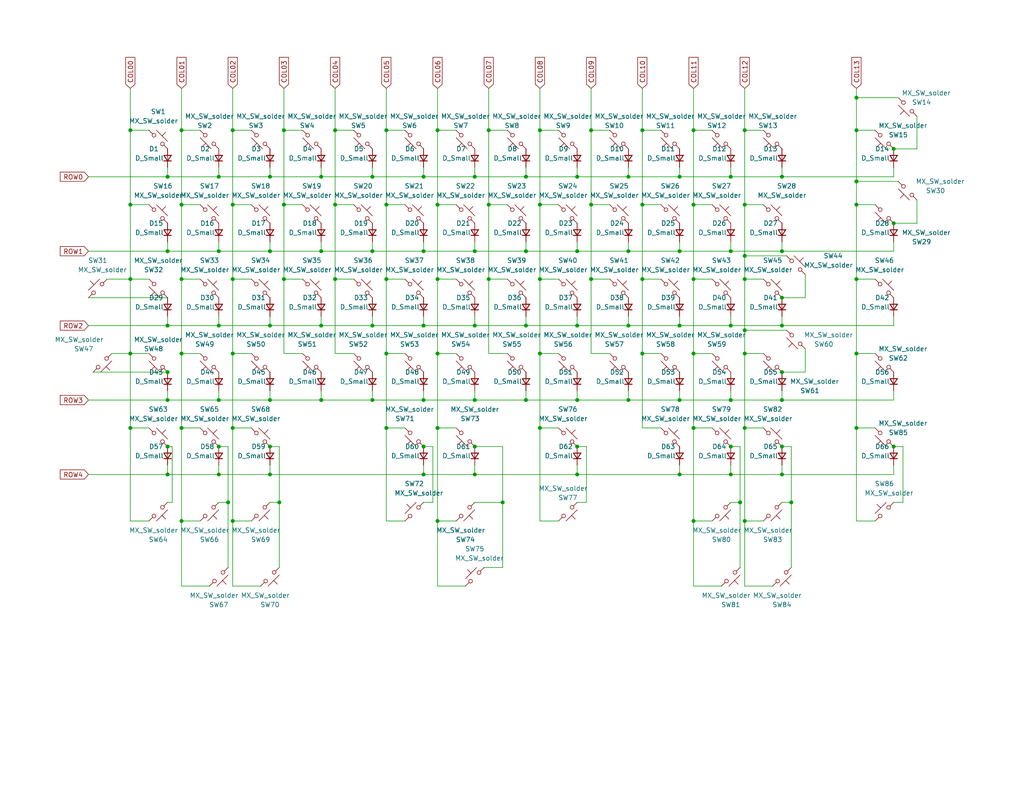
<source format=kicad_sch>
(kicad_sch (version 20230121) (generator eeschema)
  (paper "USLetter")
  (title_block (title "ice60") (date "2023-01-04") (company "chill") (comment 1 "© 2022 chillKB") (comment 2 "CERN Open Hardware License version 2 -- Permissive") (comment 4 "60% Soldered PCB with JST Powered by RP2040"))
  (junction (at 129.54 129.54))
  (junction (at 133.35 35.56))
  (junction (at 45.72 109.22))
  (junction (at 63.5 35.56))
  (junction (at 213.36 121.92))
  (junction (at 161.29 76.2))
  (junction (at 147.32 96.52))
  (junction (at 73.66 48.26))
  (junction (at 115.57 88.9))
  (junction (at 73.66 121.92))
  (junction (at 59.69 129.54))
  (junction (at 143.51 109.22))
  (junction (at 105.41 76.2))
  (junction (at 175.26 55.88))
  (junction (at 243.84 60.96))
  (junction (at 129.54 121.92))
  (junction (at 35.56 76.2))
  (junction (at 157.48 109.22))
  (junction (at 233.68 116.84))
  (junction (at 189.23 76.2))
  (junction (at 203.2 90.17))
  (junction (at 185.42 88.9))
  (junction (at 203.2 69.85))
  (junction (at 45.72 129.54))
  (junction (at 129.54 68.58))
  (junction (at 213.36 48.26))
  (junction (at 203.2 116.84))
  (junction (at 49.53 116.84))
  (junction (at 49.53 96.52))
  (junction (at 119.38 142.24))
  (junction (at 115.57 48.26))
  (junction (at 157.48 48.26))
  (junction (at 157.48 129.54))
  (junction (at 199.39 48.26))
  (junction (at 45.72 48.26))
  (junction (at 199.39 88.9))
  (junction (at 115.57 129.54))
  (junction (at 243.84 40.64))
  (junction (at 133.35 55.88))
  (junction (at 73.66 68.58))
  (junction (at 91.44 35.56))
  (junction (at 35.56 55.88))
  (junction (at 59.69 121.92))
  (junction (at 129.54 109.22))
  (junction (at 87.63 48.26))
  (junction (at 35.56 96.52))
  (junction (at 59.69 68.58))
  (junction (at 171.45 48.26))
  (junction (at 73.66 129.54))
  (junction (at 143.51 88.9))
  (junction (at 115.57 121.92))
  (junction (at 203.2 55.88))
  (junction (at 175.26 76.2))
  (junction (at 73.66 88.9))
  (junction (at 45.72 121.92))
  (junction (at 45.72 68.58))
  (junction (at 143.51 48.26))
  (junction (at 77.47 35.56))
  (junction (at 49.53 142.24))
  (junction (at 76.2 137.16))
  (junction (at 45.72 88.9))
  (junction (at 213.36 109.22))
  (junction (at 45.72 101.6))
  (junction (at 199.39 68.58))
  (junction (at 87.63 68.58))
  (junction (at 189.23 35.56))
  (junction (at 115.57 68.58))
  (junction (at 101.6 68.58))
  (junction (at 203.2 96.52))
  (junction (at 213.36 68.58))
  (junction (at 49.53 76.2))
  (junction (at 171.45 109.22))
  (junction (at 189.23 96.52))
  (junction (at 175.26 96.52))
  (junction (at 119.38 35.56))
  (junction (at 119.38 116.84))
  (junction (at 199.39 109.22))
  (junction (at 171.45 88.9))
  (junction (at 105.41 116.84))
  (junction (at 199.39 121.92))
  (junction (at 87.63 109.22))
  (junction (at 147.32 116.84))
  (junction (at 203.2 142.24))
  (junction (at 243.84 121.92))
  (junction (at 213.36 81.28))
  (junction (at 157.48 68.58))
  (junction (at 147.32 55.88))
  (junction (at 129.54 48.26))
  (junction (at 233.68 35.56))
  (junction (at 213.36 101.6))
  (junction (at 157.48 121.92))
  (junction (at 215.9 137.16))
  (junction (at 59.69 48.26))
  (junction (at 63.5 76.2))
  (junction (at 63.5 55.88))
  (junction (at 185.42 109.22))
  (junction (at 201.93 137.16))
  (junction (at 233.68 26.67))
  (junction (at 105.41 55.88))
  (junction (at 35.56 35.56))
  (junction (at 105.41 96.52))
  (junction (at 105.41 35.56))
  (junction (at 49.53 55.88))
  (junction (at 137.16 137.16))
  (junction (at 199.39 129.54))
  (junction (at 185.42 48.26))
  (junction (at 233.68 76.2))
  (junction (at 115.57 109.22))
  (junction (at 175.26 35.56))
  (junction (at 87.63 88.9))
  (junction (at 213.36 129.54))
  (junction (at 91.44 76.2))
  (junction (at 63.5 142.24))
  (junction (at 59.69 109.22))
  (junction (at 233.68 96.52))
  (junction (at 189.23 116.84))
  (junction (at 101.6 109.22))
  (junction (at 49.53 35.56))
  (junction (at 119.38 76.2))
  (junction (at 171.45 68.58))
  (junction (at 133.35 76.2))
  (junction (at 189.23 55.88))
  (junction (at 119.38 96.52))
  (junction (at 161.29 35.56))
  (junction (at 233.68 49.53))
  (junction (at 161.29 55.88))
  (junction (at 101.6 88.9))
  (junction (at 147.32 76.2))
  (junction (at 213.36 88.9))
  (junction (at 91.44 55.88))
  (junction (at 129.54 88.9))
  (junction (at 62.23 137.16))
  (junction (at 185.42 129.54))
  (junction (at 147.32 35.56))
  (junction (at 101.6 48.26))
  (junction (at 119.38 55.88))
  (junction (at 77.47 76.2))
  (junction (at 143.51 68.58))
  (junction (at 63.5 116.84))
  (junction (at 185.42 68.58))
  (junction (at 157.48 88.9))
  (junction (at 63.5 96.52))
  (junction (at 35.56 116.84))
  (junction (at 77.47 55.88))
  (junction (at 73.66 109.22))
  (junction (at 203.2 35.56))
  (junction (at 59.69 88.9))
  (junction (at 203.2 76.2))
  (junction (at 189.23 142.24))
  (junction (at 233.68 55.88))
  (wire (pts (xy 105.41 35.56) (xy 105.41 55.88)))
  (wire (pts (xy 199.39 66.04) (xy 199.39 68.58)))
  (wire (pts (xy 49.53 142.24) (xy 54.61 142.24)))
  (wire (pts (xy 101.6 68.58) (xy 115.57 68.58)))
  (wire (pts (xy 24.13 88.9) (xy 45.72 88.9)))
  (wire (pts (xy 199.39 45.72) (xy 199.39 48.26)))
  (wire (pts (xy 160.02 137.16) (xy 160.02 121.92)))
  (wire (pts (xy 171.45 68.58) (xy 185.42 68.58)))
  (wire (pts (xy 76.2 137.16) (xy 76.2 121.92)))
  (wire (pts (xy 203.2 35.56) (xy 203.2 55.88)))
  (wire (pts (xy 215.9 121.92) (xy 213.36 121.92)))
  (wire (pts (xy 175.26 96.52) (xy 175.26 116.84)))
  (wire (pts (xy 157.48 127) (xy 157.48 129.54)))
  (wire (pts (xy 203.2 142.24) (xy 208.28 142.24)))
  (wire (pts (xy 175.26 76.2) (xy 180.34 76.2)))
  (wire (pts (xy 45.72 127) (xy 45.72 129.54)))
  (wire (pts (xy 119.38 96.52) (xy 119.38 116.84)))
  (wire (pts (xy 49.53 116.84) (xy 54.61 116.84)))
  (wire (pts (xy 147.32 24.13) (xy 147.32 35.56)))
  (wire (pts (xy 143.51 45.72) (xy 143.51 48.26)))
  (wire (pts (xy 233.68 24.13) (xy 233.68 26.67)))
  (wire (pts (xy 171.45 48.26) (xy 185.42 48.26)))
  (wire (pts (xy 49.53 116.84) (xy 49.53 142.24)))
  (wire (pts (xy 77.47 76.2) (xy 77.47 96.52)))
  (wire (pts (xy 91.44 24.13) (xy 91.44 35.56)))
  (wire (pts (xy 157.48 48.26) (xy 171.45 48.26)))
  (wire (pts (xy 45.72 129.54) (xy 59.69 129.54)))
  (wire (pts (xy 87.63 106.68) (xy 87.63 109.22)))
  (wire (pts (xy 213.36 129.54) (xy 243.84 129.54)))
  (wire (pts (xy 189.23 35.56) (xy 194.31 35.56)))
  (wire (pts (xy 203.2 55.88) (xy 208.28 55.88)))
  (wire (pts (xy 147.32 55.88) (xy 152.4 55.88)))
  (wire (pts (xy 243.84 127) (xy 243.84 129.54)))
  (wire (pts (xy 62.23 154.94) (xy 62.23 137.16)))
  (wire (pts (xy 24.13 109.22) (xy 45.72 109.22)))
  (wire (pts (xy 213.36 86.36) (xy 213.36 88.9)))
  (wire (pts (xy 185.42 45.72) (xy 185.42 48.26)))
  (wire (pts (xy 175.26 76.2) (xy 175.26 96.52)))
  (wire (pts (xy 133.35 35.56) (xy 133.35 55.88)))
  (wire (pts (xy 233.68 116.84) (xy 233.68 142.24)))
  (wire (pts (xy 63.5 76.2) (xy 63.5 96.52)))
  (wire (pts (xy 203.2 90.17) (xy 203.2 96.52)))
  (wire (pts (xy 63.5 55.88) (xy 63.5 76.2)))
  (wire (pts (xy 49.53 96.52) (xy 54.61 96.52)))
  (wire (pts (xy 185.42 86.36) (xy 185.42 88.9)))
  (wire (pts (xy 161.29 55.88) (xy 166.37 55.88)))
  (wire (pts (xy 147.32 142.24) (xy 152.4 142.24)))
  (wire (pts (xy 213.36 68.58) (xy 243.84 68.58)))
  (wire (pts (xy 219.71 81.28) (xy 213.36 81.28)))
  (wire (pts (xy 119.38 35.56) (xy 119.38 55.88)))
  (wire (pts (xy 233.68 35.56) (xy 238.76 35.56)))
  (wire (pts (xy 59.69 88.9) (xy 73.66 88.9)))
  (wire (pts (xy 45.72 66.04) (xy 45.72 68.58)))
  (wire (pts (xy 129.54 86.36) (xy 129.54 88.9)))
  (wire (pts (xy 45.72 68.58) (xy 59.69 68.58)))
  (wire (pts (xy 91.44 35.56) (xy 96.52 35.56)))
  (wire (pts (xy 215.9 154.94) (xy 215.9 137.16)))
  (wire (pts (xy 185.42 48.26) (xy 199.39 48.26)))
  (wire (pts (xy 137.16 154.94) (xy 137.16 137.16)))
  (wire (pts (xy 115.57 127) (xy 115.57 129.54)))
  (wire (pts (xy 25.4 101.6) (xy 45.72 101.6)))
  (wire (pts (xy 143.51 86.36) (xy 143.51 88.9)))
  (wire (pts (xy 101.6 86.36) (xy 101.6 88.9)))
  (wire (pts (xy 175.26 55.88) (xy 180.34 55.88)))
  (wire (pts (xy 185.42 66.04) (xy 185.42 68.58)))
  (wire (pts (xy 133.35 76.2) (xy 138.43 76.2)))
  (wire (pts (xy 213.36 48.26) (xy 243.84 48.26)))
  (wire (pts (xy 87.63 109.22) (xy 101.6 109.22)))
  (wire (pts (xy 189.23 55.88) (xy 189.23 76.2)))
  (wire (pts (xy 105.41 35.56) (xy 110.49 35.56)))
  (wire (pts (xy 73.66 68.58) (xy 87.63 68.58)))
  (wire (pts (xy 119.38 142.24) (xy 124.46 142.24)))
  (wire (pts (xy 87.63 48.26) (xy 101.6 48.26)))
  (wire (pts (xy 189.23 142.24) (xy 194.31 142.24)))
  (wire (pts (xy 175.26 35.56) (xy 175.26 55.88)))
  (wire (pts (xy 91.44 76.2) (xy 91.44 96.52)))
  (wire (pts (xy 246.38 137.16) (xy 246.38 121.92)))
  (wire (pts (xy 203.2 96.52) (xy 203.2 116.84)))
  (wire (pts (xy 157.48 137.16) (xy 160.02 137.16)))
  (wire (pts (xy 129.54 121.92) (xy 137.16 121.92)))
  (wire (pts (xy 63.5 35.56) (xy 68.58 35.56)))
  (wire (pts (xy 129.54 109.22) (xy 143.51 109.22)))
  (wire (pts (xy 219.71 74.93) (xy 219.71 81.28)))
  (wire (pts (xy 147.32 116.84) (xy 147.32 142.24)))
  (wire (pts (xy 137.16 137.16) (xy 137.16 121.92)))
  (wire (pts (xy 71.12 160.02) (xy 63.5 160.02)))
  (wire (pts (xy 101.6 45.72) (xy 101.6 48.26)))
  (wire (pts (xy 63.5 116.84) (xy 63.5 142.24)))
  (wire (pts (xy 127 160.02) (xy 119.38 160.02)))
  (wire (pts (xy 250.19 40.64) (xy 243.84 40.64)))
  (wire (pts (xy 87.63 45.72) (xy 87.63 48.26)))
  (wire (pts (xy 189.23 96.52) (xy 189.23 116.84)))
  (wire (pts (xy 147.32 35.56) (xy 152.4 35.56)))
  (wire (pts (xy 147.32 35.56) (xy 147.32 55.88)))
  (wire (pts (xy 189.23 160.02) (xy 189.23 142.24)))
  (wire (pts (xy 73.66 86.36) (xy 73.66 88.9)))
  (wire (pts (xy 91.44 55.88) (xy 91.44 76.2)))
  (wire (pts (xy 119.38 160.02) (xy 119.38 142.24)))
  (wire (pts (xy 59.69 86.36) (xy 59.69 88.9)))
  (wire (pts (xy 49.53 160.02) (xy 49.53 142.24)))
  (wire (pts (xy 35.56 142.24) (xy 40.64 142.24)))
  (wire (pts (xy 101.6 88.9) (xy 115.57 88.9)))
  (wire (pts (xy 45.72 109.22) (xy 59.69 109.22)))
  (wire (pts (xy 73.66 45.72) (xy 73.66 48.26)))
  (wire (pts (xy 199.39 121.92) (xy 201.93 121.92)))
  (wire (pts (xy 133.35 96.52) (xy 138.43 96.52)))
  (wire (pts (xy 63.5 35.56) (xy 63.5 55.88)))
  (wire (pts (xy 45.72 45.72) (xy 45.72 48.26)))
  (wire (pts (xy 213.36 66.04) (xy 213.36 68.58)))
  (wire (pts (xy 147.32 96.52) (xy 152.4 96.52)))
  (wire (pts (xy 129.54 68.58) (xy 143.51 68.58)))
  (wire (pts (xy 175.26 35.56) (xy 180.34 35.56)))
  (wire (pts (xy 199.39 48.26) (xy 213.36 48.26)))
  (wire (pts (xy 63.5 160.02) (xy 63.5 142.24)))
  (wire (pts (xy 101.6 48.26) (xy 115.57 48.26)))
  (wire (pts (xy 105.41 96.52) (xy 110.49 96.52)))
  (wire (pts (xy 199.39 109.22) (xy 213.36 109.22)))
  (wire (pts (xy 185.42 106.68) (xy 185.42 109.22)))
  (wire (pts (xy 119.38 116.84) (xy 124.46 116.84)))
  (wire (pts (xy 87.63 86.36) (xy 87.63 88.9)))
  (wire (pts (xy 105.41 116.84) (xy 105.41 142.24)))
  (wire (pts (xy 171.45 45.72) (xy 171.45 48.26)))
  (wire (pts (xy 59.69 68.58) (xy 73.66 68.58)))
  (wire (pts (xy 189.23 35.56) (xy 189.23 55.88)))
  (wire (pts (xy 129.54 127) (xy 129.54 129.54)))
  (wire (pts (xy 77.47 35.56) (xy 82.55 35.56)))
  (wire (pts (xy 63.5 96.52) (xy 68.58 96.52)))
  (wire (pts (xy 175.26 55.88) (xy 175.26 76.2)))
  (wire (pts (xy 105.41 24.13) (xy 105.41 35.56)))
  (wire (pts (xy 243.84 45.72) (xy 243.84 48.26)))
  (wire (pts (xy 119.38 24.13) (xy 119.38 35.56)))
  (wire (pts (xy 105.41 142.24) (xy 110.49 142.24)))
  (wire (pts (xy 175.26 116.84) (xy 180.34 116.84)))
  (wire (pts (xy 213.36 106.68) (xy 213.36 109.22)))
  (wire (pts (xy 115.57 106.68) (xy 115.57 109.22)))
  (wire (pts (xy 119.38 55.88) (xy 124.46 55.88)))
  (wire (pts (xy 189.23 76.2) (xy 194.31 76.2)))
  (wire (pts (xy 118.11 137.16) (xy 118.11 121.92)))
  (wire (pts (xy 119.38 55.88) (xy 119.38 76.2)))
  (wire (pts (xy 49.53 24.13) (xy 49.53 35.56)))
  (wire (pts (xy 161.29 35.56) (xy 166.37 35.56)))
  (wire (pts (xy 243.84 86.36) (xy 243.84 88.9)))
  (wire (pts (xy 91.44 55.88) (xy 96.52 55.88)))
  (wire (pts (xy 250.19 60.96) (xy 243.84 60.96)))
  (wire (pts (xy 129.54 129.54) (xy 157.48 129.54)))
  (wire (pts (xy 45.72 106.68) (xy 45.72 109.22)))
  (wire (pts (xy 49.53 76.2) (xy 54.61 76.2)))
  (wire (pts (xy 129.54 48.26) (xy 143.51 48.26)))
  (wire (pts (xy 45.72 88.9) (xy 59.69 88.9)))
  (wire (pts (xy 49.53 76.2) (xy 49.53 96.52)))
  (wire (pts (xy 24.13 68.58) (xy 45.72 68.58)))
  (wire (pts (xy 171.45 106.68) (xy 171.45 109.22)))
  (wire (pts (xy 115.57 129.54) (xy 129.54 129.54)))
  (wire (pts (xy 147.32 116.84) (xy 152.4 116.84)))
  (wire (pts (xy 101.6 109.22) (xy 115.57 109.22)))
  (wire (pts (xy 203.2 96.52) (xy 208.28 96.52)))
  (wire (pts (xy 189.23 55.88) (xy 194.31 55.88)))
  (wire (pts (xy 63.5 116.84) (xy 68.58 116.84)))
  (wire (pts (xy 101.6 66.04) (xy 101.6 68.58)))
  (wire (pts (xy 213.36 88.9) (xy 243.84 88.9)))
  (wire (pts (xy 24.13 81.28) (xy 45.72 81.28)))
  (wire (pts (xy 157.48 88.9) (xy 171.45 88.9)))
  (wire (pts (xy 233.68 96.52) (xy 238.76 96.52)))
  (wire (pts (xy 77.47 96.52) (xy 82.55 96.52)))
  (wire (pts (xy 203.2 24.13) (xy 203.2 35.56)))
  (wire (pts (xy 35.56 96.52) (xy 30.48 96.52)))
  (wire (pts (xy 115.57 68.58) (xy 129.54 68.58)))
  (wire (pts (xy 87.63 68.58) (xy 101.6 68.58)))
  (wire (pts (xy 35.56 55.88) (xy 35.56 76.2)))
  (wire (pts (xy 35.56 116.84) (xy 40.64 116.84)))
  (wire (pts (xy 46.99 137.16) (xy 46.99 121.92)))
  (wire (pts (xy 133.35 76.2) (xy 133.35 96.52)))
  (wire (pts (xy 185.42 88.9) (xy 199.39 88.9)))
  (wire (pts (xy 185.42 109.22) (xy 199.39 109.22)))
  (wire (pts (xy 35.56 96.52) (xy 35.56 116.84)))
  (wire (pts (xy 45.72 137.16) (xy 46.99 137.16)))
  (wire (pts (xy 73.66 129.54) (xy 115.57 129.54)))
  (wire (pts (xy 243.84 137.16) (xy 246.38 137.16)))
  (wire (pts (xy 233.68 142.24) (xy 238.76 142.24)))
  (wire (pts (xy 73.66 66.04) (xy 73.66 68.58)))
  (wire (pts (xy 147.32 76.2) (xy 152.4 76.2)))
  (wire (pts (xy 59.69 66.04) (xy 59.69 68.58)))
  (wire (pts (xy 59.69 129.54) (xy 73.66 129.54)))
  (wire (pts (xy 175.26 24.13) (xy 175.26 35.56)))
  (wire (pts (xy 129.54 45.72) (xy 129.54 48.26)))
  (wire (pts (xy 119.38 35.56) (xy 124.46 35.56)))
  (wire (pts (xy 213.36 127) (xy 213.36 129.54)))
  (wire (pts (xy 243.84 66.04) (xy 243.84 68.58)))
  (wire (pts (xy 213.36 137.16) (xy 215.9 137.16)))
  (wire (pts (xy 250.19 31.75) (xy 250.19 40.64)))
  (wire (pts (xy 189.23 24.13) (xy 189.23 35.56)))
  (wire (pts (xy 115.57 137.16) (xy 118.11 137.16)))
  (wire (pts (xy 133.35 35.56) (xy 138.43 35.56)))
  (wire (pts (xy 62.23 137.16) (xy 62.23 121.92)))
  (wire (pts (xy 59.69 106.68) (xy 59.69 109.22)))
  (wire (pts (xy 115.57 86.36) (xy 115.57 88.9)))
  (wire (pts (xy 189.23 96.52) (xy 194.31 96.52)))
  (wire (pts (xy 129.54 88.9) (xy 143.51 88.9)))
  (wire (pts (xy 35.56 76.2) (xy 35.56 96.52)))
  (wire (pts (xy 87.63 88.9) (xy 101.6 88.9)))
  (wire (pts (xy 147.32 55.88) (xy 147.32 76.2)))
  (wire (pts (xy 233.68 55.88) (xy 238.76 55.88)))
  (wire (pts (xy 35.56 24.13) (xy 35.56 35.56)))
  (wire (pts (xy 203.2 69.85) (xy 203.2 76.2)))
  (wire (pts (xy 199.39 127) (xy 199.39 129.54)))
  (wire (pts (xy 59.69 127) (xy 59.69 129.54)))
  (wire (pts (xy 157.48 86.36) (xy 157.48 88.9)))
  (wire (pts (xy 59.69 45.72) (xy 59.69 48.26)))
  (wire (pts (xy 63.5 24.13) (xy 63.5 35.56)))
  (wire (pts (xy 233.68 26.67) (xy 233.68 35.56)))
  (wire (pts (xy 161.29 76.2) (xy 161.29 96.52)))
  (wire (pts (xy 143.51 88.9) (xy 157.48 88.9)))
  (wire (pts (xy 243.84 121.92) (xy 246.38 121.92)))
  (wire (pts (xy 161.29 96.52) (xy 166.37 96.52)))
  (wire (pts (xy 250.19 54.61) (xy 250.19 60.96)))
  (wire (pts (xy 77.47 55.88) (xy 77.47 76.2)))
  (wire (pts (xy 160.02 121.92) (xy 157.48 121.92)))
  (wire (pts (xy 243.84 106.68) (xy 243.84 109.22)))
  (wire (pts (xy 233.68 116.84) (xy 238.76 116.84)))
  (wire (pts (xy 199.39 86.36) (xy 199.39 88.9)))
  (wire (pts (xy 203.2 35.56) (xy 208.28 35.56)))
  (wire (pts (xy 132.08 154.94) (xy 137.16 154.94)))
  (wire (pts (xy 73.66 109.22) (xy 87.63 109.22)))
  (wire (pts (xy 91.44 76.2) (xy 96.52 76.2)))
  (wire (pts (xy 129.54 137.16) (xy 137.16 137.16)))
  (wire (pts (xy 147.32 96.52) (xy 147.32 116.84)))
  (wire (pts (xy 129.54 66.04) (xy 129.54 68.58)))
  (wire (pts (xy 203.2 76.2) (xy 203.2 90.17)))
  (wire (pts (xy 45.72 121.92) (xy 46.99 121.92)))
  (wire (pts (xy 35.56 76.2) (xy 29.21 76.2)))
  (wire (pts (xy 35.56 35.56) (xy 35.56 55.88)))
  (wire (pts (xy 171.45 66.04) (xy 171.45 68.58)))
  (wire (pts (xy 175.26 96.52) (xy 180.34 96.52)))
  (wire (pts (xy 35.56 116.84) (xy 35.56 142.24)))
  (wire (pts (xy 161.29 35.56) (xy 161.29 55.88)))
  (wire (pts (xy 63.5 55.88) (xy 68.58 55.88)))
  (wire (pts (xy 196.85 160.02) (xy 189.23 160.02)))
  (wire (pts (xy 203.2 69.85) (xy 214.63 69.85)))
  (wire (pts (xy 73.66 88.9) (xy 87.63 88.9)))
  (wire (pts (xy 203.2 55.88) (xy 203.2 69.85)))
  (wire (pts (xy 49.53 55.88) (xy 54.61 55.88)))
  (wire (pts (xy 63.5 142.24) (xy 68.58 142.24)))
  (wire (pts (xy 199.39 137.16) (xy 201.93 137.16)))
  (wire (pts (xy 157.48 45.72) (xy 157.48 48.26)))
  (wire (pts (xy 203.2 116.84) (xy 208.28 116.84)))
  (wire (pts (xy 115.57 66.04) (xy 115.57 68.58)))
  (wire (pts (xy 233.68 35.56) (xy 233.68 49.53)))
  (wire (pts (xy 201.93 137.16) (xy 201.93 121.92)))
  (wire (pts (xy 49.53 35.56) (xy 54.61 35.56)))
  (wire (pts (xy 59.69 121.92) (xy 62.23 121.92)))
  (wire (pts (xy 157.48 66.04) (xy 157.48 68.58)))
  (wire (pts (xy 129.54 106.68) (xy 129.54 109.22)))
  (wire (pts (xy 119.38 96.52) (xy 124.46 96.52)))
  (wire (pts (xy 203.2 90.17) (xy 214.63 90.17)))
  (wire (pts (xy 213.36 109.22) (xy 243.84 109.22)))
  (wire (pts (xy 143.51 109.22) (xy 157.48 109.22)))
  (wire (pts (xy 189.23 116.84) (xy 194.31 116.84)))
  (wire (pts (xy 185.42 68.58) (xy 199.39 68.58)))
  (wire (pts (xy 143.51 48.26) (xy 157.48 48.26)))
  (wire (pts (xy 157.48 129.54) (xy 185.42 129.54)))
  (wire (pts (xy 219.71 95.25) (xy 219.71 101.6)))
  (wire (pts (xy 45.72 48.26) (xy 59.69 48.26)))
  (wire (pts (xy 203.2 116.84) (xy 203.2 142.24)))
  (wire (pts (xy 115.57 88.9) (xy 129.54 88.9)))
  (wire (pts (xy 189.23 116.84) (xy 189.23 142.24)))
  (wire (pts (xy 161.29 24.13) (xy 161.29 35.56)))
  (wire (pts (xy 119.38 76.2) (xy 124.46 76.2)))
  (wire (pts (xy 147.32 76.2) (xy 147.32 96.52)))
  (wire (pts (xy 77.47 55.88) (xy 82.55 55.88)))
  (wire (pts (xy 233.68 26.67) (xy 245.11 26.67)))
  (wire (pts (xy 199.39 88.9) (xy 213.36 88.9)))
  (wire (pts (xy 210.82 160.02) (xy 203.2 160.02)))
  (wire (pts (xy 115.57 109.22) (xy 129.54 109.22)))
  (wire (pts (xy 73.66 106.68) (xy 73.66 109.22)))
  (wire (pts (xy 63.5 96.52) (xy 63.5 116.84)))
  (wire (pts (xy 171.45 86.36) (xy 171.45 88.9)))
  (wire (pts (xy 161.29 55.88) (xy 161.29 76.2)))
  (wire (pts (xy 91.44 35.56) (xy 91.44 55.88)))
  (wire (pts (xy 57.15 160.02) (xy 49.53 160.02)))
  (wire (pts (xy 157.48 106.68) (xy 157.48 109.22)))
  (wire (pts (xy 171.45 109.22) (xy 185.42 109.22)))
  (wire (pts (xy 233.68 76.2) (xy 238.76 76.2)))
  (wire (pts (xy 233.68 96.52) (xy 233.68 116.84)))
  (wire (pts (xy 105.41 55.88) (xy 110.49 55.88)))
  (wire (pts (xy 199.39 68.58) (xy 213.36 68.58)))
  (wire (pts (xy 49.53 96.52) (xy 49.53 116.84)))
  (wire (pts (xy 24.13 48.26) (xy 45.72 48.26)))
  (wire (pts (xy 199.39 106.68) (xy 199.39 109.22)))
  (wire (pts (xy 233.68 49.53) (xy 245.11 49.53)))
  (wire (pts (xy 233.68 76.2) (xy 233.68 96.52)))
  (wire (pts (xy 203.2 160.02) (xy 203.2 142.24)))
  (wire (pts (xy 24.13 129.54) (xy 45.72 129.54)))
  (wire (pts (xy 105.41 76.2) (xy 105.41 96.52)))
  (wire (pts (xy 157.48 68.58) (xy 171.45 68.58)))
  (wire (pts (xy 91.44 96.52) (xy 96.52 96.52)))
  (wire (pts (xy 133.35 55.88) (xy 133.35 76.2)))
  (wire (pts (xy 115.57 48.26) (xy 129.54 48.26)))
  (wire (pts (xy 59.69 137.16) (xy 62.23 137.16)))
  (wire (pts (xy 101.6 106.68) (xy 101.6 109.22)))
  (wire (pts (xy 35.56 55.88) (xy 40.64 55.88)))
  (wire (pts (xy 35.56 35.56) (xy 40.64 35.56)))
  (wire (pts (xy 189.23 76.2) (xy 189.23 96.52)))
  (wire (pts (xy 119.38 116.84) (xy 119.38 142.24)))
  (wire (pts (xy 143.51 68.58) (xy 157.48 68.58)))
  (wire (pts (xy 45.72 86.36) (xy 45.72 88.9)))
  (wire (pts (xy 105.41 116.84) (xy 110.49 116.84)))
  (wire (pts (xy 59.69 48.26) (xy 73.66 48.26)))
  (wire (pts (xy 119.38 76.2) (xy 119.38 96.52)))
  (wire (pts (xy 87.63 66.04) (xy 87.63 68.58)))
  (wire (pts (xy 185.42 127) (xy 185.42 129.54)))
  (wire (pts (xy 73.66 48.26) (xy 87.63 48.26)))
  (wire (pts (xy 73.66 121.92) (xy 76.2 121.92)))
  (wire (pts (xy 133.35 24.13) (xy 133.35 35.56)))
  (wire (pts (xy 59.69 109.22) (xy 73.66 109.22)))
  (wire (pts (xy 105.41 76.2) (xy 110.49 76.2)))
  (wire (pts (xy 213.36 45.72) (xy 213.36 48.26)))
  (wire (pts (xy 105.41 96.52) (xy 105.41 116.84)))
  (wire (pts (xy 171.45 88.9) (xy 185.42 88.9)))
  (wire (pts (xy 201.93 154.94) (xy 201.93 137.16)))
  (wire (pts (xy 115.57 121.92) (xy 118.11 121.92)))
  (wire (pts (xy 233.68 55.88) (xy 233.68 76.2)))
  (wire (pts (xy 77.47 76.2) (xy 82.55 76.2)))
  (wire (pts (xy 161.29 76.2) (xy 166.37 76.2)))
  (wire (pts (xy 133.35 55.88) (xy 138.43 55.88)))
  (wire (pts (xy 233.68 49.53) (xy 233.68 55.88)))
  (wire (pts (xy 73.66 137.16) (xy 76.2 137.16)))
  (wire (pts (xy 105.41 55.88) (xy 105.41 76.2)))
  (wire (pts (xy 115.57 45.72) (xy 115.57 48.26)))
  (wire (pts (xy 185.42 129.54) (xy 199.39 129.54)))
  (wire (pts (xy 77.47 24.13) (xy 77.47 35.56)))
  (wire (pts (xy 49.53 55.88) (xy 49.53 76.2)))
  (wire (pts (xy 76.2 154.94) (xy 76.2 137.16)))
  (wire (pts (xy 77.47 35.56) (xy 77.47 55.88)))
  (wire (pts (xy 63.5 76.2) (xy 68.58 76.2)))
  (wire (pts (xy 143.51 66.04) (xy 143.51 68.58)))
  (wire (pts (xy 157.48 109.22) (xy 171.45 109.22)))
  (wire (pts (xy 199.39 129.54) (xy 213.36 129.54)))
  (wire (pts (xy 35.56 96.52) (xy 40.64 96.52)))
  (wire (pts (xy 143.51 106.68) (xy 143.51 109.22)))
  (wire (pts (xy 49.53 35.56) (xy 49.53 55.88)))
  (wire (pts (xy 203.2 76.2) (xy 208.28 76.2)))
  (wire (pts (xy 215.9 137.16) (xy 215.9 121.92)))
  (wire (pts (xy 213.36 101.6) (xy 219.71 101.6)))
  (wire (pts (xy 73.66 127) (xy 73.66 129.54)))
  (wire (pts (xy 35.56 76.2) (xy 40.64 76.2)))
  (global_label "COL13" (shape input) (at 233.68 24.13 90) (property "Intersheetrefs" "${INTERSHEET_REFS}" (effects hide)))
  (global_label "ROW0" (shape input) (at 24.13 48.26 180) (property "Intersheetrefs" "${INTERSHEET_REFS}" (effects hide)))
  (global_label "COL06" (shape input) (at 119.38 24.13 90) (property "Intersheetrefs" "${INTERSHEET_REFS}" (effects hide)))
  (global_label "COL08" (shape input) (at 147.32 24.13 90) (property "Intersheetrefs" "${INTERSHEET_REFS}" (effects hide)))
  (global_label "ROW2" (shape input) (at 24.13 88.9 180) (property "Intersheetrefs" "${INTERSHEET_REFS}" (effects hide)))
  (global_label "ROW3" (shape input) (at 24.13 109.22 180) (property "Intersheetrefs" "${INTERSHEET_REFS}" (effects hide)))
  (global_label "COL01" (shape input) (at 49.53 24.13 90) (property "Intersheetrefs" "${INTERSHEET_REFS}" (effects hide)))
  (global_label "ROW1" (shape input) (at 24.13 68.58 180) (property "Intersheetrefs" "${INTERSHEET_REFS}" (effects hide)))
  (global_label "COL11" (shape input) (at 189.23 24.13 90) (property "Intersheetrefs" "${INTERSHEET_REFS}" (effects hide)))
  (global_label "COL04" (shape input) (at 91.44 24.13 90) (property "Intersheetrefs" "${INTERSHEET_REFS}" (effects hide)))
  (global_label "COL03" (shape input) (at 77.47 24.13 90) (property "Intersheetrefs" "${INTERSHEET_REFS}" (effects hide)))
  (global_label "COL00" (shape input) (at 35.56 24.13 90) (property "Intersheetrefs" "${INTERSHEET_REFS}" (effects hide)))
  (global_label "COL07" (shape input) (at 133.35 24.13 90) (property "Intersheetrefs" "${INTERSHEET_REFS}" (effects hide)))
  (global_label "COL12" (shape input) (at 203.2 24.13 90) (property "Intersheetrefs" "${INTERSHEET_REFS}" (effects hide)))
  (global_label "ROW4" (shape input) (at 24.13 129.54 180) (property "Intersheetrefs" "${INTERSHEET_REFS}" (effects hide)))
  (global_label "COL09" (shape input) (at 161.29 24.13 90) (property "Intersheetrefs" "${INTERSHEET_REFS}" (effects hide)))
  (global_label "COL10" (shape input) (at 175.26 24.13 90) (property "Intersheetrefs" "${INTERSHEET_REFS}" (effects hide)))
  (global_label "COL02" (shape input) (at 63.5 24.13 90) (property "Intersheetrefs" "${INTERSHEET_REFS}" (effects hide)))
  (global_label "COL05" (shape input) (at 105.41 24.13 90) (property "Intersheetrefs" "${INTERSHEET_REFS}" (effects hide)))
  (symbol (lib_id "marbastlib-mx:MX_SW_solder") (at 113.03 139.7 0) (mirror y) (unit 1) (in_bom no)
    (property "Reference" "SW72" (at 113.03 132.08 0))
    (property "Value" "MX_SW_solder" (at 114.3 134.62 0))
    (property "Footprint" "marbastlib-mx:SW_MX_1u" (effects hide))
  )
  (symbol (lib_id "Device:D_Small") (at 87.63 63.5 90) (unit 1)
    (property "Reference" "D18" (at 82.55 60.96 90) (effects (justify right)))
    (property "Value" "D_Small" (at 78.74 63.5 90) (effects (justify right)))
    (property "Footprint" "Diode_SMD:D_SOD-123" (effects hide))
    (property "LCSC" "C81598" (effects hide))
  )
  (symbol (lib_id "marbastlib-mx:MX_SW_solder") (at 113.03 99.06 180) (unit 1) (in_bom no)
    (property "Reference" "SW53" (at 111.76 93.98 0))
    (property "Value" "MX_SW_solder" (at 113.03 91.44 0))
    (property "Footprint" "marbastlib-mx:SW_MX_1u" (effects hide))
  )
  (symbol (lib_id "Device:D_Small") (at 101.6 83.82 90) (unit 1)
    (property "Reference" "D33" (at 96.52 81.28 90) (effects (justify right)))
    (property "Value" "D_Small" (at 92.71 83.82 90) (effects (justify right)))
    (property "Footprint" "Diode_SMD:D_SOD-123" (effects hide))
    (property "LCSC" "C81598" (effects hide))
  )
  (symbol (lib_id "Device:D_Small") (at 45.72 63.5 90) (unit 1)
    (property "Reference" "D15" (at 40.64 60.96 90) (effects (justify right)))
    (property "Value" "D_Small" (at 36.83 63.5 90) (effects (justify right)))
    (property "Footprint" "Diode_SMD:D_SOD-123" (effects hide))
    (property "LCSC" "C81598" (effects hide))
  )
  (symbol (lib_id "marbastlib-mx:MX_SW_solder") (at 196.85 99.06 180) (unit 1) (in_bom no)
    (property "Reference" "SW59" (at 195.58 93.98 0))
    (property "Value" "MX_SW_solder" (at 196.85 91.44 0))
    (property "Footprint" "marbastlib-mx:SW_MX_1u" (effects hide))
  )
  (symbol (lib_id "Device:D_Small") (at 171.45 104.14 90) (unit 1)
    (property "Reference" "D52" (at 166.37 101.6 90) (effects (justify right)))
    (property "Value" "D_Small" (at 162.56 104.14 90) (effects (justify right)))
    (property "Footprint" "Diode_SMD:D_SOD-123" (effects hide))
    (property "LCSC" "C81598" (effects hide))
  )
  (symbol (lib_id "Device:D_Small") (at 101.6 43.18 90) (unit 1)
    (property "Reference" "D5" (at 96.52 40.64 90) (effects (justify right)))
    (property "Value" "D_Small" (at 92.71 43.18 90) (effects (justify right)))
    (property "Footprint" "Diode_SMD:D_SOD-123" (effects hide))
    (property "LCSC" "C81598" (effects hide))
  )
  (symbol (lib_id "Device:D_Small") (at 185.42 63.5 90) (unit 1)
    (property "Reference" "D25" (at 180.34 60.96 90) (effects (justify right)))
    (property "Value" "D_Small" (at 176.53 63.5 90) (effects (justify right)))
    (property "Footprint" "Diode_SMD:D_SOD-123" (effects hide))
    (property "LCSC" "C81598" (effects hide))
  )
  (symbol (lib_id "Device:D_Small") (at 115.57 104.14 90) (unit 1)
    (property "Reference" "D48" (at 110.49 101.6 90) (effects (justify right)))
    (property "Value" "D_Small" (at 106.68 104.14 90) (effects (justify right)))
    (property "Footprint" "Diode_SMD:D_SOD-123" (effects hide))
    (property "LCSC" "C81598" (effects hide))
  )
  (symbol (lib_id "marbastlib-mx:MX_SW_solder") (at 182.88 78.74 0) (unit 1) (in_bom no)
    (property "Reference" "SW42" (at 182.88 71.12 0))
    (property "Value" "MX_SW_solder" (at 181.61 73.66 0))
    (property "Footprint" "marbastlib-mx:SW_MX_1u" (effects hide))
  )
  (symbol (lib_id "marbastlib-mx:MX_SW_solder") (at 196.85 119.38 0) (unit 1) (in_bom no)
    (property "Reference" "SW79" (at 196.85 111.76 0))
    (property "Value" "MX_SW_solder" (at 195.58 114.3 0))
    (property "Footprint" "marbastlib-mx:SW_MX_1.25u" (effects hide))
  )
  (symbol (lib_id "Device:D_Small") (at 59.69 83.82 90) (unit 1)
    (property "Reference" "D30" (at 54.61 81.28 90) (effects (justify right)))
    (property "Value" "D_Small" (at 50.8 83.82 90) (effects (justify right)))
    (property "Footprint" "Diode_SMD:D_SOD-123" (effects hide))
    (property "LCSC" "C81598" (effects hide))
  )
  (symbol (lib_id "Device:D_Small") (at 73.66 83.82 90) (unit 1)
    (property "Reference" "D31" (at 68.58 81.28 90) (effects (justify right)))
    (property "Value" "D_Small" (at 64.77 83.82 90) (effects (justify right)))
    (property "Footprint" "Diode_SMD:D_SOD-123" (effects hide))
    (property "LCSC" "C81598" (effects hide))
  )
  (symbol (lib_id "marbastlib-mx:MX_SW_solder") (at 113.03 38.1 180) (unit 1) (in_bom no)
    (property "Reference" "SW6" (at 111.76 34.29 0))
    (property "Value" "MX_SW_solder" (at 113.03 31.75 0))
    (property "Footprint" "marbastlib-mx:SW_MX_1u" (effects hide))
  )
  (symbol (lib_id "marbastlib-mx:MX_SW_solder") (at 168.91 38.1 180) (unit 1) (in_bom no)
    (property "Reference" "SW10" (at 167.64 34.29 0))
    (property "Value" "MX_SW_solder" (at 168.91 31.75 0))
    (property "Footprint" "marbastlib-mx:SW_MX_1u" (effects hide))
  )
  (symbol (lib_id "Device:D_Small") (at 129.54 63.5 90) (unit 1)
    (property "Reference" "D21" (at 124.46 60.96 90) (effects (justify right)))
    (property "Value" "D_Small" (at 120.65 63.5 90) (effects (justify right)))
    (property "Footprint" "Diode_SMD:D_SOD-123" (effects hide))
    (property "LCSC" "C81598" (effects hide))
  )
  (symbol (lib_id "Device:D_Small") (at 59.69 104.14 90) (unit 1)
    (property "Reference" "D44" (at 54.61 101.6 90) (effects (justify right)))
    (property "Value" "D_Small" (at 50.8 104.14 90) (effects (justify right)))
    (property "Footprint" "Diode_SMD:D_SOD-123" (effects hide))
    (property "LCSC" "C81598" (effects hide))
  )
  (symbol (lib_id "marbastlib-mx:MX_SW_solder") (at 43.18 78.74 180) (unit 1) (in_bom no)
    (property "Reference" "SW32" (at 41.91 73.66 0))
    (property "Value" "MX_SW_solder" (at 43.18 71.12 0))
    (property "Footprint" "marbastlib-mx:SW_MX_1.75u" (effects hide))
  )
  (symbol (lib_id "Device:D_Small") (at 143.51 83.82 90) (unit 1)
    (property "Reference" "D36" (at 138.43 81.28 90) (effects (justify right)))
    (property "Value" "D_Small" (at 134.62 83.82 90) (effects (justify right)))
    (property "Footprint" "Diode_SMD:D_SOD-123" (effects hide))
    (property "LCSC" "C81598" (effects hide))
  )
  (symbol (lib_id "marbastlib-mx:MX_SW_solder") (at 43.18 38.1 0) (unit 1) (in_bom no)
    (property "Reference" "SW1" (at 43.18 30.48 0))
    (property "Value" "MX_SW_solder" (at 41.91 33.02 0))
    (property "Footprint" "marbastlib-mx:SW_MX_1u" (effects hide))
  )
  (symbol (lib_id "marbastlib-mx:MX_SW_solder") (at 210.82 99.06 180) (unit 1) (in_bom no)
    (property "Reference" "SW61" (at 220.98 106.68 0))
    (property "Value" "MX_SW_solder" (at 222.25 104.14 0))
    (property "Footprint" "marbastlib-mx:SW_MX_1u" (effects hide))
  )
  (symbol (lib_id "Device:D_Small") (at 199.39 104.14 90) (unit 1)
    (property "Reference" "D54" (at 194.31 101.6 90) (effects (justify right)))
    (property "Value" "D_Small" (at 190.5 104.14 90) (effects (justify right)))
    (property "Footprint" "Diode_SMD:D_SOD-123" (effects hide))
    (property "LCSC" "C81598" (effects hide))
  )
  (symbol (lib_id "Device:D_Small") (at 213.36 43.18 90) (unit 1)
    (property "Reference" "D13" (at 208.28 40.64 90) (effects (justify right)))
    (property "Value" "D_Small" (at 204.47 43.18 90) (effects (justify right)))
    (property "Footprint" "Diode_SMD:D_SOD-123" (effects hide))
    (property "LCSC" "C81598" (effects hide))
  )
  (symbol (lib_id "marbastlib-mx:MX_SW_solder") (at 99.06 78.74 0) (unit 1) (in_bom no)
    (property "Reference" "SW36" (at 99.06 71.12 0))
    (property "Value" "MX_SW_solder" (at 97.79 73.66 0))
    (property "Footprint" "marbastlib-mx:SW_MX_1u" (effects hide))
  )
  (symbol (lib_id "marbastlib-mx:MX_SW_solder") (at 241.3 58.42 180) (unit 1) (in_bom no)
    (property "Reference" "SW29" (at 251.46 66.04 0))
    (property "Value" "MX_SW_solder" (at 252.73 63.5 0))
    (property "Footprint" "marbastlib-mx:SW_MX_1.5u" (effects hide))
  )
  (symbol (lib_id "marbastlib-mx:MX_SW_solder") (at 127 58.42 0) (unit 1) (in_bom no)
    (property "Reference" "SW22" (at 127 50.8 0))
    (property "Value" "MX_SW_solder" (at 125.73 53.34 0))
    (property "Footprint" "marbastlib-mx:SW_MX_1u" (effects hide))
  )
  (symbol (lib_id "marbastlib-mx:MX_SW_solder") (at 199.39 157.48 0) (mirror x) (unit 1) (in_bom no)
    (property "Reference" "SW81" (at 199.39 165.1 0))
    (property "Value" "MX_SW_solder" (at 198.12 162.56 0))
    (property "Footprint" "marbastlib-mx:SW_MX_1.25u" (effects hide))
  )
  (symbol (lib_id "marbastlib-mx:MX_SW_solder") (at 85.09 58.42 0) (unit 1) (in_bom no)
    (property "Reference" "SW19" (at 85.09 50.8 0))
    (property "Value" "MX_SW_solder" (at 83.82 53.34 0))
    (property "Footprint" "marbastlib-mx:SW_MX_1u" (effects hide))
  )
  (symbol (lib_id "marbastlib-mx:MX_SW_solder") (at 210.82 139.7 0) (mirror x) (unit 1) (in_bom no)
    (property "Reference" "SW83" (at 210.82 147.32 0))
    (property "Value" "MX_SW_solder" (at 209.55 144.78 0))
    (property "Footprint" "marbastlib-mx:SW_MX_1u" (effects hide))
  )
  (symbol (lib_id "marbastlib-mx:MX_SW_solder") (at 127 119.38 180) (unit 1) (in_bom no)
    (property "Reference" "SW73" (at 128.27 114.3 0))
    (property "Value" "MX_SW_solder" (at 129.54 111.76 0))
    (property "Footprint" "marbastlib-mx:SW_MX_1u" (effects hide))
  )
  (symbol (lib_id "marbastlib-mx:MX_SW_solder") (at 154.94 99.06 180) (unit 1) (in_bom no)
    (property "Reference" "SW56" (at 153.67 93.98 0))
    (property "Value" "MX_SW_solder" (at 154.94 91.44 0))
    (property "Footprint" "marbastlib-mx:SW_MX_1u" (effects hide))
  )
  (symbol (lib_id "marbastlib-mx:MX_SW_solder") (at 85.09 38.1 180) (unit 1) (in_bom no)
    (property "Reference" "SW4" (at 83.82 34.29 0))
    (property "Value" "MX_SW_solder" (at 85.09 31.75 0))
    (property "Footprint" "marbastlib-mx:SW_MX_1u" (effects hide))
  )
  (symbol (lib_id "marbastlib-mx:MX_SW_solder") (at 59.69 157.48 0) (mirror x) (unit 1) (in_bom no)
    (property "Reference" "SW67" (at 59.69 165.1 0))
    (property "Value" "MX_SW_solder" (at 58.42 162.56 0))
    (property "Footprint" "marbastlib-mx:SW_MX_1.25u" (effects hide))
  )
  (symbol (lib_id "marbastlib-mx:MX_SW_solder") (at 210.82 38.1 180) (unit 1) (in_bom no)
    (property "Reference" "SW13" (at 209.55 34.29 0))
    (property "Value" "MX_SW_solder" (at 210.82 31.75 0))
    (property "Footprint" "marbastlib-mx:SW_MX_1u" (effects hide))
  )
  (symbol (lib_id "Device:D_Small") (at 171.45 83.82 90) (unit 1)
    (property "Reference" "D38" (at 166.37 81.28 90) (effects (justify right)))
    (property "Value" "D_Small" (at 162.56 83.82 90) (effects (justify right)))
    (property "Footprint" "Diode_SMD:D_SOD-123" (effects hide))
    (property "LCSC" "C81598" (effects hide))
  )
  (symbol (lib_id "Device:D_Small") (at 199.39 83.82 90) (unit 1)
    (property "Reference" "D40" (at 194.31 81.28 90) (effects (justify right)))
    (property "Value" "D_Small" (at 190.5 83.82 90) (effects (justify right)))
    (property "Footprint" "Diode_SMD:D_SOD-123" (effects hide))
    (property "LCSC" "C81598" (effects hide))
  )
  (symbol (lib_id "marbastlib-mx:MX_SW_solder") (at 57.15 99.06 180) (unit 1) (in_bom no)
    (property "Reference" "SW49" (at 55.88 93.98 0))
    (property "Value" "MX_SW_solder" (at 57.15 91.44 0))
    (property "Footprint" "marbastlib-mx:SW_MX_1u" (effects hide))
  )
  (symbol (lib_id "marbastlib-mx:MX_SW_solder") (at 241.3 78.74 0) (unit 1) (in_bom no)
    (property "Reference" "SW46" (at 241.3 71.12 0))
    (property "Value" "MX_SW_solder" (at 240.03 73.66 0))
    (property "Footprint" "marbastlib-mx:SW_MX_1u" (effects hide))
  )
  (symbol (lib_id "marbastlib-mx:MX_SW_solder") (at 71.12 119.38 0) (unit 1) (in_bom no)
    (property "Reference" "SW68" (at 71.12 111.76 0))
    (property "Value" "MX_SW_solder" (at 69.85 114.3 0))
    (property "Footprint" "marbastlib-mx:SW_MX_1.25u" (effects hide))
  )
  (symbol (lib_id "Device:D_Small") (at 213.36 104.14 90) (unit 1)
    (property "Reference" "D55" (at 208.28 101.6 90) (effects (justify right)))
    (property "Value" "D_Small" (at 204.47 104.14 90) (effects (justify right)))
    (property "Footprint" "Diode_SMD:D_SOD-123" (effects hide))
    (property "LCSC" "C81598" (effects hide))
  )
  (symbol (lib_id "marbastlib-mx:MX_SW_solder") (at 71.12 78.74 0) (unit 1) (in_bom no)
    (property "Reference" "SW34" (at 71.12 71.12 0))
    (property "Value" "MX_SW_solder" (at 69.85 73.66 0))
    (property "Footprint" "marbastlib-mx:SW_MX_1u" (effects hide))
  )
  (symbol (lib_id "marbastlib-mx:MX_SW_solder") (at 43.18 58.42 0) (unit 1) (in_bom no)
    (property "Reference" "SW16" (at 44.45 50.8 0))
    (property "Value" "MX_SW_solder" (at 43.18 53.34 0))
    (property "Footprint" "marbastlib-mx:SW_MX_1.5u" (effects hide))
  )
  (symbol (lib_id "marbastlib-mx:MX_SW_solder") (at 113.03 78.74 0) (unit 1) (in_bom no)
    (property "Reference" "SW37" (at 113.03 71.12 0))
    (property "Value" "MX_SW_solder" (at 111.76 73.66 0))
    (property "Footprint" "marbastlib-mx:SW_MX_1u" (effects hide))
  )
  (symbol (lib_id "marbastlib-mx:MX_SW_solder") (at 210.82 119.38 0) (unit 1) (in_bom no)
    (property "Reference" "SW82" (at 210.82 111.76 0))
    (property "Value" "MX_SW_solder" (at 209.55 114.3 0))
    (property "Footprint" "marbastlib-mx:SW_MX_1.25u" (effects hide))
  )
  (symbol (lib_id "Device:D_Small") (at 185.42 104.14 90) (unit 1)
    (property "Reference" "D53" (at 180.34 101.6 90) (effects (justify right)))
    (property "Value" "D_Small" (at 176.53 104.14 90) (effects (justify right)))
    (property "Footprint" "Diode_SMD:D_SOD-123" (effects hide))
    (property "LCSC" "C81598" (effects hide))
  )
  (symbol (lib_id "Device:D_Small") (at 45.72 124.46 90) (unit 1)
    (property "Reference" "D57" (at 40.64 121.92 90) (effects (justify right)))
    (property "Value" "D_Small" (at 36.83 124.46 90) (effects (justify right)))
    (property "Footprint" "Diode_SMD:D_SOD-123" (effects hide))
    (property "LCSC" "C81598" (effects hide))
  )
  (symbol (lib_id "marbastlib-mx:MX_SW_solder") (at 57.15 139.7 0) (mirror x) (unit 1) (in_bom no)
    (property "Reference" "SW66" (at 57.15 147.32 0))
    (property "Value" "MX_SW_solder" (at 55.88 144.78 0))
    (property "Footprint" "marbastlib-mx:SW_MX_1u" (effects hide))
  )
  (symbol (lib_id "marbastlib-mx:MX_SW_solder") (at 154.94 119.38 0) (unit 1) (in_bom no)
    (property "Reference" "SW76" (at 154.94 111.76 0))
    (property "Value" "MX_SW_solder" (at 153.67 114.3 0))
    (property "Footprint" "marbastlib-mx:SW_MX_1u" (effects hide))
  )
  (symbol (lib_id "Device:D_Small") (at 185.42 43.18 90) (unit 1)
    (property "Reference" "D11" (at 180.34 40.64 90) (effects (justify right)))
    (property "Value" "D_Small" (at 176.53 43.18 90) (effects (justify right)))
    (property "Footprint" "Diode_SMD:D_SOD-123" (effects hide))
    (property "LCSC" "C81598" (effects hide))
  )
  (symbol (lib_id "Device:D_Small") (at 87.63 83.82 90) (unit 1)
    (property "Reference" "D32" (at 82.55 81.28 90) (effects (justify right)))
    (property "Value" "D_Small" (at 78.74 83.82 90) (effects (justify right)))
    (property "Footprint" "Diode_SMD:D_SOD-123" (effects hide))
    (property "LCSC" "C81598" (effects hide))
  )
  (symbol (lib_id "Device:D_Small") (at 157.48 83.82 90) (unit 1)
    (property "Reference" "D37" (at 152.4 81.28 90) (effects (justify right)))
    (property "Value" "D_Small" (at 148.59 83.82 90) (effects (justify right)))
    (property "Footprint" "Diode_SMD:D_SOD-123" (effects hide))
    (property "LCSC" "C81598" (effects hide))
  )
  (symbol (lib_id "marbastlib-mx:MX_SW_solder") (at 85.09 99.06 180) (unit 1) (in_bom no)
    (property "Reference" "SW51" (at 83.82 93.98 0))
    (property "Value" "MX_SW_solder" (at 85.09 91.44 0))
    (property "Footprint" "marbastlib-mx:SW_MX_1u" (effects hide))
  )
  (symbol (lib_id "Device:D_Small") (at 243.84 124.46 90) (unit 1)
    (property "Reference" "D66" (at 238.76 121.92 90) (effects (justify right)))
    (property "Value" "D_Small" (at 234.95 124.46 90) (effects (justify right)))
    (property "Footprint" "Diode_SMD:D_SOD-123" (effects hide))
    (property "LCSC" "C81598" (effects hide))
  )
  (symbol (lib_id "Device:D_Small") (at 185.42 124.46 90) (unit 1)
    (property "Reference" "D63" (at 180.34 121.92 90) (effects (justify right)))
    (property "Value" "D_Small" (at 176.53 124.46 90) (effects (justify right)))
    (property "Footprint" "Diode_SMD:D_SOD-123" (effects hide))
    (property "LCSC" "C81598" (effects hide))
  )
  (symbol (lib_id "marbastlib-mx:MX_SW_solder") (at 213.36 157.48 0) (mirror x) (unit 1) (in_bom no)
    (property "Reference" "SW84" (at 213.36 165.1 0))
    (property "Value" "MX_SW_solder" (at 212.09 162.56 0))
    (property "Footprint" "marbastlib-mx:SW_MX_1.25u" (effects hide))
  )
  (symbol (lib_id "marbastlib-mx:MX_SW_solder") (at 241.3 38.1 180) (unit 1) (in_bom no)
    (property "Reference" "SW15" (at 245.11 36.83 0))
    (property "Value" "MX_SW_solder" (at 246.38 34.29 0))
    (property "Footprint" "marbastlib-mx:SW_MX_1u" (effects hide))
  )
  (symbol (lib_id "marbastlib-mx:MX_SW_solder") (at 127 99.06 180) (unit 1) (in_bom no)
    (property "Reference" "SW54" (at 125.73 93.98 0))
    (property "Value" "MX_SW_solder" (at 127 91.44 0))
    (property "Footprint" "marbastlib-mx:SW_MX_1u" (effects hide))
  )
  (symbol (lib_id "marbastlib-mx:MX_SW_solder") (at 182.88 119.38 0) (unit 1) (in_bom no)
    (property "Reference" "SW78" (at 182.88 111.76 0))
    (property "Value" "MX_SW_solder" (at 181.61 114.3 0))
    (property "Footprint" "marbastlib-mx:SW_MX_1.25u" (effects hide))
  )
  (symbol (lib_id "marbastlib-mx:MX_SW_solder") (at 57.15 119.38 0) (unit 1) (in_bom no)
    (property "Reference" "SW65" (at 57.15 111.76 0))
    (property "Value" "MX_SW_solder" (at 55.88 114.3 0))
    (property "Footprint" "marbastlib-mx:SW_MX_1.25u" (effects hide))
  )
  (symbol (lib_id "Device:D_Small") (at 45.72 83.82 90) (unit 1)
    (property "Reference" "D29" (at 40.64 81.28 90) (effects (justify right)))
    (property "Value" "D_Small" (at 36.83 83.82 90) (effects (justify right)))
    (property "Footprint" "Diode_SMD:D_SOD-123" (effects hide))
    (property "LCSC" "C81598" (effects hide))
  )
  (symbol (lib_id "Device:D_Small") (at 73.66 104.14 90) (unit 1)
    (property "Reference" "D45" (at 68.58 101.6 90) (effects (justify right)))
    (property "Value" "D_Small" (at 64.77 104.14 90) (effects (justify right)))
    (property "Footprint" "Diode_SMD:D_SOD-123" (effects hide))
    (property "LCSC" "C81598" (effects hide))
  )
  (symbol (lib_id "marbastlib-mx:MX_SW_solder") (at 182.88 38.1 180) (unit 1) (in_bom no)
    (property "Reference" "SW11" (at 181.61 34.29 0))
    (property "Value" "MX_SW_solder" (at 182.88 31.75 0))
    (property "Footprint" "marbastlib-mx:SW_MX_1u" (effects hide))
  )
  (symbol (lib_id "marbastlib-mx:MX_SW_solder") (at 85.09 78.74 0) (unit 1) (in_bom no)
    (property "Reference" "SW35" (at 85.09 71.12 0))
    (property "Value" "MX_SW_solder" (at 83.82 73.66 0))
    (property "Footprint" "marbastlib-mx:SW_MX_1u" (effects hide))
  )
  (symbol (lib_id "marbastlib-mx:MX_SW_solder") (at 26.67 78.74 0) (mirror y) (unit 1) (in_bom no)
    (property "Reference" "SW31" (at 26.67 71.12 0))
    (property "Value" "MX_SW_solder" (at 27.94 73.66 0))
    (property "Footprint" "marbastlib-mx:SW_MX_1.75u_stp" (effects hide))
  )
  (symbol (lib_id "marbastlib-mx:MX_SW_solder") (at 71.12 58.42 0) (unit 1) (in_bom no)
    (property "Reference" "SW18" (at 71.12 50.8 0))
    (property "Value" "MX_SW_solder" (at 69.85 53.34 0))
    (property "Footprint" "marbastlib-mx:SW_MX_1u" (effects hide))
  )
  (symbol (lib_id "marbastlib-mx:MX_SW_solder") (at 247.65 52.07 180) (unit 1) (in_bom no)
    (property "Reference" "SW30" (at 255.27 52.07 0))
    (property "Value" "MX_SW_solder" (at 256.54 49.53 0))
    (property "Footprint" "marbastlib-mx:SW_MX_1u" (effects hide))
  )
  (symbol (lib_id "Device:D_Small") (at 115.57 83.82 90) (unit 1)
    (property "Reference" "D34" (at 110.49 81.28 90) (effects (justify right)))
    (property "Value" "D_Small" (at 106.68 83.82 90) (effects (justify right)))
    (property "Footprint" "Diode_SMD:D_SOD-123" (effects hide))
    (property "LCSC" "C81598" (effects hide))
  )
  (symbol (lib_id "Device:D_Small") (at 115.57 43.18 90) (unit 1)
    (property "Reference" "D6" (at 110.49 40.64 90) (effects (justify right)))
    (property "Value" "D_Small" (at 106.68 43.18 90) (effects (justify right)))
    (property "Footprint" "Diode_SMD:D_SOD-123" (effects hide))
    (property "LCSC" "C81598" (effects hide))
  )
  (symbol (lib_id "Device:D_Small") (at 129.54 124.46 90) (unit 1)
    (property "Reference" "D61" (at 124.46 121.92 90) (effects (justify right)))
    (property "Value" "D_Small" (at 120.65 124.46 90) (effects (justify right)))
    (property "Footprint" "Diode_SMD:D_SOD-123" (effects hide))
    (property "LCSC" "C81598" (effects hide))
  )
  (symbol (lib_id "marbastlib-mx:MX_SW_solder") (at 99.06 38.1 180) (unit 1) (in_bom no)
    (property "Reference" "SW5" (at 97.79 34.29 0))
    (property "Value" "MX_SW_solder" (at 99.06 31.75 0))
    (property "Footprint" "marbastlib-mx:SW_MX_1u" (effects hide))
  )
  (symbol (lib_id "Device:D_Small") (at 213.36 124.46 90) (unit 1)
    (property "Reference" "D65" (at 208.28 121.92 90) (effects (justify right)))
    (property "Value" "D_Small" (at 204.47 124.46 90) (effects (justify right)))
    (property "Footprint" "Diode_SMD:D_SOD-123" (effects hide))
    (property "LCSC" "C81598" (effects hide))
  )
  (symbol (lib_id "Device:D_Small") (at 73.66 124.46 90) (unit 1)
    (property "Reference" "D59" (at 68.58 121.92 90) (effects (justify right)))
    (property "Value" "D_Small" (at 64.77 124.46 90) (effects (justify right)))
    (property "Footprint" "Diode_SMD:D_SOD-123" (effects hide))
    (property "LCSC" "C81598" (effects hide))
  )
  (symbol (lib_id "Device:D_Small") (at 213.36 83.82 90) (unit 1)
    (property "Reference" "D41" (at 208.28 81.28 90) (effects (justify right)))
    (property "Value" "D_Small" (at 204.47 83.82 90) (effects (justify right)))
    (property "Footprint" "Diode_SMD:D_SOD-123" (effects hide))
    (property "LCSC" "C81598" (effects hide))
  )
  (symbol (lib_id "Device:D_Small") (at 59.69 43.18 90) (unit 1)
    (property "Reference" "D2" (at 54.61 40.64 90) (effects (justify right)))
    (property "Value" "D_Small" (at 50.8 43.18 90) (effects (justify right)))
    (property "Footprint" "Diode_SMD:D_SOD-123" (effects hide))
    (property "LCSC" "C81598" (effects hide))
  )
  (symbol (lib_id "marbastlib-mx:MX_SW_solder") (at 43.18 99.06 180) (unit 1) (in_bom no)
    (property "Reference" "SW48" (at 41.91 95.25 0))
    (property "Value" "MX_SW_solder" (at 43.18 92.71 0))
    (property "Footprint" "marbastlib-mx:SW_MX_1u" (effects hide))
  )
  (symbol (lib_id "Device:D_Small") (at 115.57 63.5 90) (unit 1)
    (property "Reference" "D20" (at 110.49 60.96 90) (effects (justify right)))
    (property "Value" "D_Small" (at 106.68 63.5 90) (effects (justify right)))
    (property "Footprint" "Diode_SMD:D_SOD-123" (effects hide))
    (property "LCSC" "C81598" (effects hide))
  )
  (symbol (lib_id "marbastlib-mx:MX_SW_solder") (at 99.06 99.06 180) (unit 1) (in_bom no)
    (property "Reference" "SW52" (at 97.79 93.98 0))
    (property "Value" "MX_SW_solder" (at 99.06 91.44 0))
    (property "Footprint" "marbastlib-mx:SW_MX_1u" (effects hide))
  )
  (symbol (lib_id "Device:D_Small") (at 101.6 104.14 90) (unit 1)
    (property "Reference" "D47" (at 96.52 101.6 90) (effects (justify right)))
    (property "Value" "D_Small" (at 92.71 104.14 90) (effects (justify right)))
    (property "Footprint" "Diode_SMD:D_SOD-123" (effects hide))
    (property "LCSC" "C81598" (effects hide))
  )
  (symbol (lib_id "Device:D_Small") (at 129.54 104.14 90) (unit 1)
    (property "Reference" "D49" (at 124.46 101.6 90) (effects (justify right)))
    (property "Value" "D_Small" (at 120.65 104.14 90) (effects (justify right)))
    (property "Footprint" "Diode_SMD:D_SOD-123" (effects hide))
    (property "LCSC" "C81598" (effects hide))
  )
  (symbol (lib_id "marbastlib-mx:MX_SW_solder") (at 217.17 72.39 0) (unit 1) (in_bom no)
    (property "Reference" "SW44" (at 227.33 69.85 0))
    (property "Value" "MX_SW_solder" (at 226.06 72.39 0))
    (property "Footprint" "marbastlib-mx:SW_MX_1u" (effects hide))
  )
  (symbol (lib_id "Device:D_Small") (at 243.84 104.14 90) (unit 1)
    (property "Reference" "D56" (at 238.76 101.6 90) (effects (justify right)))
    (property "Value" "D_Small" (at 234.95 104.14 90) (effects (justify right)))
    (property "Footprint" "Diode_SMD:D_SOD-123" (effects hide))
    (property "LCSC" "C81598" (effects hide))
  )
  (symbol (lib_id "marbastlib-mx:MX_SW_solder") (at 168.91 99.06 180) (unit 1) (in_bom no)
    (property "Reference" "SW57" (at 167.64 93.98 0))
    (property "Value" "MX_SW_solder" (at 168.91 91.44 0))
    (property "Footprint" "marbastlib-mx:SW_MX_1u" (effects hide))
  )
  (symbol (lib_id "Device:D_Small") (at 87.63 104.14 90) (unit 1)
    (property "Reference" "D46" (at 82.55 101.6 90) (effects (justify right)))
    (property "Value" "D_Small" (at 78.74 104.14 90) (effects (justify right)))
    (property "Footprint" "Diode_SMD:D_SOD-123" (effects hide))
    (property "LCSC" "C81598" (effects hide))
  )
  (symbol (lib_id "Device:D_Small") (at 129.54 83.82 90) (unit 1)
    (property "Reference" "D35" (at 124.46 81.28 90) (effects (justify right)))
    (property "Value" "D_Small" (at 120.65 83.82 90) (effects (justify right)))
    (property "Footprint" "Diode_SMD:D_SOD-123" (effects hide))
    (property "LCSC" "C81598" (effects hide))
  )
  (symbol (lib_id "marbastlib-mx:MX_SW_solder") (at 27.94 99.06 0) (mirror x) (unit 1) (in_bom no)
    (property "Reference" "SW47" (at 22.86 95.25 0))
    (property "Value" "MX_SW_solder" (at 21.59 92.71 0))
    (property "Footprint" "marbastlib-mx:SW_MX_1.25u" (effects hide))
  )
  (symbol (lib_id "Device:D_Small") (at 45.72 104.14 90) (unit 1)
    (property "Reference" "D43" (at 40.64 101.6 90) (effects (justify right)))
    (property "Value" "D_Small" (at 36.83 104.14 90) (effects (justify right)))
    (property "Footprint" "Diode_SMD:D_SOD-123" (effects hide))
    (property "LCSC" "C81598" (effects hide))
  )
  (symbol (lib_id "marbastlib-mx:MX_SW_solder") (at 71.12 38.1 180) (unit 1) (in_bom no)
    (property "Reference" "SW3" (at 69.85 34.29 0))
    (property "Value" "MX_SW_solder" (at 71.12 31.75 0))
    (property "Footprint" "marbastlib-mx:SW_MX_1u" (effects hide))
  )
  (symbol (lib_id "Device:D_Small") (at 243.84 83.82 90) (unit 1)
    (property "Reference" "D42" (at 238.76 81.28 90) (effects (justify right)))
    (property "Value" "D_Small" (at 234.95 83.82 90) (effects (justify right)))
    (property "Footprint" "Diode_SMD:D_SOD-123" (effects hide))
    (property "LCSC" "C81598" (effects hide))
  )
  (symbol (lib_id "marbastlib-mx:MX_SW_solder") (at 196.85 38.1 180) (unit 1) (in_bom no)
    (property "Reference" "SW12" (at 195.58 34.29 0))
    (property "Value" "MX_SW_solder" (at 196.85 31.75 0))
    (property "Footprint" "marbastlib-mx:SW_MX_1u" (effects hide))
  )
  (symbol (lib_id "Device:D_Small") (at 185.42 83.82 90) (unit 1)
    (property "Reference" "D39" (at 180.34 81.28 90) (effects (justify right)))
    (property "Value" "D_Small" (at 176.53 83.82 90) (effects (justify right)))
    (property "Footprint" "Diode_SMD:D_SOD-123" (effects hide))
    (property "LCSC" "C81598" (effects hide))
  )
  (symbol (lib_id "Device:D_Small") (at 157.48 104.14 90) (unit 1)
    (property "Reference" "D51" (at 152.4 101.6 90) (effects (justify right)))
    (property "Value" "D_Small" (at 148.59 104.14 90) (effects (justify right)))
    (property "Footprint" "Diode_SMD:D_SOD-123" (effects hide))
    (property "LCSC" "C81598" (effects hide))
  )
  (symbol (lib_id "marbastlib-mx:MX_SW_solder") (at 154.94 38.1 180) (unit 1) (in_bom no)
    (property "Reference" "SW9" (at 153.67 34.29 0))
    (property "Value" "MX_SW_solder" (at 154.94 31.75 0))
    (property "Footprint" "marbastlib-mx:SW_MX_1u" (effects hide))
  )
  (symbol (lib_id "Device:D_Small") (at 101.6 63.5 90) (unit 1)
    (property "Reference" "D19" (at 96.52 60.96 90) (effects (justify right)))
    (property "Value" "D_Small" (at 92.71 63.5 90) (effects (justify right)))
    (property "Footprint" "Diode_SMD:D_SOD-123" (effects hide))
    (property "LCSC" "C81598" (effects hide))
  )
  (symbol (lib_id "marbastlib-mx:MX_SW_solder") (at 182.88 99.06 180) (unit 1) (in_bom no)
    (property "Reference" "SW58" (at 181.61 93.98 0))
    (property "Value" "MX_SW_solder" (at 182.88 91.44 0))
    (property "Footprint" "marbastlib-mx:SW_MX_1u" (effects hide))
  )
  (symbol (lib_id "marbastlib-mx:MX_SW_solder") (at 168.91 78.74 0) (unit 1) (in_bom no)
    (property "Reference" "SW41" (at 168.91 71.12 0))
    (property "Value" "MX_SW_solder" (at 167.64 73.66 0))
    (property "Footprint" "marbastlib-mx:SW_MX_1u" (effects hide))
  )
  (symbol (lib_id "Device:D_Small") (at 115.57 124.46 90) (unit 1)
    (property "Reference" "D60" (at 110.49 121.92 90) (effects (justify right)))
    (property "Value" "D_Small" (at 106.68 124.46 90) (effects (justify right)))
    (property "Footprint" "Diode_SMD:D_SOD-123" (effects hide))
    (property "LCSC" "C81598" (effects hide))
  )
  (symbol (lib_id "Device:D_Small") (at 171.45 43.18 90) (unit 1)
    (property "Reference" "D10" (at 166.37 40.64 90) (effects (justify right)))
    (property "Value" "D_Small" (at 162.56 43.18 90) (effects (justify right)))
    (property "Footprint" "Diode_SMD:D_SOD-123" (effects hide))
    (property "LCSC" "C81598" (effects hide))
  )
  (symbol (lib_id "Device:D_Small") (at 59.69 63.5 90) (unit 1)
    (property "Reference" "D16" (at 54.61 60.96 90) (effects (justify right)))
    (property "Value" "D_Small" (at 50.8 63.5 90) (effects (justify right)))
    (property "Footprint" "Diode_SMD:D_SOD-123" (effects hide))
    (property "LCSC" "C81598" (effects hide))
  )
  (symbol (lib_id "Device:D_Small") (at 171.45 63.5 90) (unit 1)
    (property "Reference" "D24" (at 166.37 60.96 90) (effects (justify right)))
    (property "Value" "D_Small" (at 162.56 63.5 90) (effects (justify right)))
    (property "Footprint" "Diode_SMD:D_SOD-123" (effects hide))
    (property "LCSC" "C81598" (effects hide))
  )
  (symbol (lib_id "marbastlib-mx:MX_SW_solder") (at 182.88 58.42 0) (unit 1) (in_bom no)
    (property "Reference" "SW26" (at 182.88 50.8 0))
    (property "Value" "MX_SW_solder" (at 181.61 53.34 0))
    (property "Footprint" "marbastlib-mx:SW_MX_1u" (effects hide))
  )
  (symbol (lib_id "Device:D_Small") (at 157.48 43.18 90) (unit 1)
    (property "Reference" "D9" (at 152.4 40.64 90) (effects (justify right)))
    (property "Value" "D_Small" (at 148.59 43.18 90) (effects (justify right)))
    (property "Footprint" "Diode_SMD:D_SOD-123" (effects hide))
    (property "LCSC" "C81598" (effects hide))
  )
  (symbol (lib_id "marbastlib-mx:MX_SW_solder") (at 57.15 38.1 180) (unit 1) (in_bom no)
    (property "Reference" "SW2" (at 55.88 34.29 0))
    (property "Value" "MX_SW_solder" (at 57.15 31.75 0))
    (property "Footprint" "marbastlib-mx:SW_MX_1u" (effects hide))
  )
  (symbol (lib_id "marbastlib-mx:MX_SW_solder") (at 113.03 119.38 180) (unit 1) (in_bom no)
    (property "Reference" "SW71" (at 110.49 114.3 0))
    (property "Value" "MX_SW_solder" (at 111.76 111.76 0))
    (property "Footprint" "marbastlib-mx:SW_MX_1u" (effects hide))
  )
  (symbol (lib_id "marbastlib-mx:MX_SW_solder") (at 196.85 78.74 0) (unit 1) (in_bom no)
    (property "Reference" "SW43" (at 196.85 71.12 0))
    (property "Value" "MX_SW_solder" (at 195.58 73.66 0))
    (property "Footprint" "marbastlib-mx:SW_MX_1u" (effects hide))
  )
  (symbol (lib_id "Device:D_Small") (at 59.69 124.46 90) (unit 1)
    (property "Reference" "D58" (at 54.61 121.92 90) (effects (justify right)))
    (property "Value" "D_Small" (at 50.8 124.46 90) (effects (justify right)))
    (property "Footprint" "Diode_SMD:D_SOD-123" (effects hide))
    (property "LCSC" "C81598" (effects hide))
  )
  (symbol (lib_id "marbastlib-mx:MX_SW_solder") (at 210.82 78.74 0) (unit 1) (in_bom no)
    (property "Reference" "SW45" (at 210.82 71.12 0))
    (property "Value" "MX_SW_solder" (at 209.55 73.66 0))
    (property "Footprint" "marbastlib-mx:SW_MX_1u" (effects hide))
  )
  (symbol (lib_id "Device:D_Small") (at 157.48 63.5 90) (unit 1)
    (property "Reference" "D23" (at 152.4 60.96 90) (effects (justify right)))
    (property "Value" "D_Small" (at 148.59 63.5 90) (effects (justify right)))
    (property "Footprint" "Diode_SMD:D_SOD-123" (effects hide))
    (property "LCSC" "C81598" (effects hide))
  )
  (symbol (lib_id "Device:D_Small") (at 87.63 43.18 90) (unit 1)
    (property "Reference" "D4" (at 82.55 40.64 90) (effects (justify right)))
    (property "Value" "D_Small" (at 78.74 43.18 90) (effects (justify right)))
    (property "Footprint" "Diode_SMD:D_SOD-123" (effects hide))
    (property "LCSC" "C81598" (effects hide))
  )
  (symbol (lib_id "Device:D_Small") (at 129.54 43.18 90) (unit 1)
    (property "Reference" "D7" (at 124.46 40.64 90) (effects (justify right)))
    (property "Value" "D_Small" (at 120.65 43.18 90) (effects (justify right)))
    (property "Footprint" "Diode_SMD:D_SOD-123" (effects hide))
    (property "LCSC" "C81598" (effects hide))
  )
  (symbol (lib_id "Device:D_Small") (at 199.39 63.5 90) (unit 1)
    (property "Reference" "D26" (at 194.31 60.96 90) (effects (justify right)))
    (property "Value" "D_Small" (at 190.5 63.5 90) (effects (justify right)))
    (property "Footprint" "Diode_SMD:D_SOD-123" (effects hide))
    (property "LCSC" "C81598" (effects hide))
  )
  (symbol (lib_id "marbastlib-mx:MX_SW_solder") (at 168.91 58.42 0) (unit 1) (in_bom no)
    (property "Reference" "SW25" (at 168.91 50.8 0))
    (property "Value" "MX_SW_solder" (at 167.64 53.34 0))
    (property "Footprint" "marbastlib-mx:SW_MX_1u" (effects hide))
  )
  (symbol (lib_id "marbastlib-mx:MX_SW_solder") (at 127 139.7 0) (mirror x) (unit 1) (in_bom no)
    (property "Reference" "SW74" (at 127 147.32 0))
    (property "Value" "MX_SW_solder" (at 125.73 144.78 0))
    (property "Footprint" "marbastlib-mx:SW_MX_1.25u" (effects hide))
  )
  (symbol (lib_id "Device:D_Small") (at 143.51 104.14 90) (unit 1)
    (property "Reference" "D50" (at 138.43 101.6 90) (effects (justify right)))
    (property "Value" "D_Small" (at 134.62 104.14 90) (effects (justify right)))
    (property "Footprint" "Diode_SMD:D_SOD-123" (effects hide))
    (property "LCSC" "C81598" (effects hide))
  )
  (symbol (lib_id "Device:D_Small") (at 157.48 124.46 90) (unit 1)
    (property "Reference" "D62" (at 152.4 121.92 90) (effects (justify right)))
    (property "Value" "D_Small" (at 148.59 124.46 90) (effects (justify right)))
    (property "Footprint" "Diode_SMD:D_SOD-123" (effects hide))
    (property "LCSC" "C81598" (effects hide))
  )
  (symbol (lib_id "marbastlib-mx:MX_SW_solder") (at 196.85 58.42 0) (unit 1) (in_bom no)
    (property "Reference" "SW27" (at 196.85 50.8 0))
    (property "Value" "MX_SW_solder" (at 195.58 53.34 0))
    (property "Footprint" "marbastlib-mx:SW_MX_1u" (effects hide))
  )
  (symbol (lib_id "marbastlib-mx:MX_SW_solder") (at 217.17 92.71 180) (unit 1) (in_bom no)
    (property "Reference" "SW60" (at 224.79 93.98 0))
    (property "Value" "MX_SW_solder" (at 226.06 91.44 0))
    (property "Footprint" "marbastlib-mx:SW_MX_1.75u" (effects hide))
  )
  (symbol (lib_id "marbastlib-mx:MX_SW_solder") (at 241.3 139.7 0) (mirror y) (unit 1) (in_bom no)
    (property "Reference" "SW86" (at 241.3 132.08 0))
    (property "Value" "MX_SW_solder" (at 242.57 134.62 0))
    (property "Footprint" "marbastlib-mx:SW_MX_1.5u" (effects hide))
  )
  (symbol (lib_id "marbastlib-mx:MX_SW_solder") (at 140.97 99.06 180) (unit 1) (in_bom no)
    (property "Reference" "SW55" (at 139.7 93.98 0))
    (property "Value" "MX_SW_solder" (at 140.97 91.44 0))
    (property "Footprint" "marbastlib-mx:SW_MX_1u" (effects hide))
  )
  (symbol (lib_id "Device:D_Small") (at 73.66 43.18 90) (unit 1)
    (property "Reference" "D3" (at 68.58 40.64 90) (effects (justify right)))
    (property "Value" "D_Small" (at 64.77 43.18 90) (effects (justify right)))
    (property "Footprint" "Diode_SMD:D_SOD-123" (effects hide))
    (property "LCSC" "C81598" (effects hide))
  )
  (symbol (lib_id "marbastlib-mx:MX_SW_solder") (at 57.15 58.42 0) (unit 1) (in_bom no)
    (property "Reference" "SW17" (at 57.15 50.8 0))
    (property "Value" "MX_SW_solder" (at 55.88 53.34 0))
    (property "Footprint" "marbastlib-mx:SW_MX_1u" (effects hide))
  )
  (symbol (lib_id "Device:D_Small") (at 143.51 63.5 90) (unit 1)
    (property "Reference" "D22" (at 138.43 60.96 90) (effects (justify right)))
    (property "Value" "D_Small" (at 134.62 63.5 90) (effects (justify right)))
    (property "Footprint" "Diode_SMD:D_SOD-123" (effects hide))
    (property "LCSC" "C81598" (effects hide))
  )
  (symbol (lib_id "Device:D_Small") (at 243.84 63.5 90) (unit 1)
    (property "Reference" "D28" (at 238.76 60.96 90) (effects (justify right)))
    (property "Value" "D_Small" (at 234.95 63.5 90) (effects (justify right)))
    (property "Footprint" "Diode_SMD:D_SOD-123" (effects hide))
    (property "LCSC" "C81598" (effects hide))
  )
  (symbol (lib_id "marbastlib-mx:MX_SW_solder") (at 127 38.1 180) (unit 1) (in_bom no)
    (property "Reference" "SW7" (at 125.73 34.29 0))
    (property "Value" "MX_SW_solder" (at 127 31.75 0))
    (property "Footprint" "marbastlib-mx:SW_MX_1u" (effects hide))
  )
  (symbol (lib_id "marbastlib-mx:MX_SW_solder") (at 71.12 139.7 0) (mirror x) (unit 1) (in_bom no)
    (property "Reference" "SW69" (at 71.12 147.32 0))
    (property "Value" "MX_SW_solder" (at 69.85 144.78 0))
    (property "Footprint" "marbastlib-mx:SW_MX_1.5u" (effects hide))
  )
  (symbol (lib_id "marbastlib-mx:MX_SW_solder") (at 154.94 58.42 0) (unit 1) (in_bom no)
    (property "Reference" "SW24" (at 154.94 50.8 0))
    (property "Value" "MX_SW_solder" (at 153.67 53.34 0))
    (property "Footprint" "marbastlib-mx:SW_MX_1u" (effects hide))
  )
  (symbol (lib_id "marbastlib-mx:MX_SW_solder") (at 140.97 78.74 0) (unit 1) (in_bom no)
    (property "Reference" "SW39" (at 140.97 71.12 0))
    (property "Value" "MX_SW_solder" (at 139.7 73.66 0))
    (property "Footprint" "marbastlib-mx:SW_MX_1u" (effects hide))
  )
  (symbol (lib_id "marbastlib-mx:MX_SW_solder") (at 154.94 139.7 0) (mirror x) (unit 1) (in_bom no)
    (property "Reference" "SW77" (at 154.94 135.89 0))
    (property "Value" "MX_SW_solder" (at 153.67 133.35 0))
    (property "Footprint" "marbastlib-mx:SW_MX_1u" (effects hide))
  )
  (symbol (lib_id "marbastlib-mx:MX_SW_solder") (at 57.15 78.74 0) (unit 1) (in_bom no)
    (property "Reference" "SW33" (at 57.15 71.12 0))
    (property "Value" "MX_SW_solder" (at 55.88 73.66 0))
    (property "Footprint" "marbastlib-mx:SW_MX_1u" (effects hide))
  )
  (symbol (lib_id "marbastlib-mx:MX_SW_solder") (at 241.3 119.38 180) (unit 1) (in_bom no)
    (property "Reference" "SW85" (at 245.11 118.11 0))
    (property "Value" "MX_SW_solder" (at 246.38 115.57 0))
    (property "Footprint" "marbastlib-mx:SW_MX_1.25u" (effects hide))
  )
  (symbol (lib_id "marbastlib-mx:MX_SW_solder") (at 43.18 119.38 0) (unit 1) (in_bom no)
    (property "Reference" "SW63" (at 43.18 111.76 0))
    (property "Value" "MX_SW_solder" (at 41.91 114.3 0))
    (property "Footprint" "marbastlib-mx:SW_MX_1.25u" (effects hide))
  )
  (symbol (lib_id "marbastlib-mx:MX_SW_solder") (at 71.12 99.06 180) (unit 1) (in_bom no)
    (property "Reference" "SW50" (at 69.85 93.98 0))
    (property "Value" "MX_SW_solder" (at 71.12 91.44 0))
    (property "Footprint" "marbastlib-mx:SW_MX_1u" (effects hide))
  )
  (symbol (lib_id "marbastlib-mx:MX_SW_solder") (at 241.3 99.06 180) (unit 1) (in_bom no)
    (property "Reference" "SW62" (at 245.11 97.79 0))
    (property "Value" "MX_SW_solder" (at 246.38 95.25 0))
    (property "Footprint" "marbastlib-mx:SW_MX_1u" (effects hide))
  )
  (symbol (lib_id "Device:D_Small") (at 143.51 43.18 90) (unit 1)
    (property "Reference" "D8" (at 138.43 40.64 90) (effects (justify right)))
    (property "Value" "D_Small" (at 134.62 43.18 90) (effects (justify right)))
    (property "Footprint" "Diode_SMD:D_SOD-123" (effects hide))
    (property "LCSC" "C81598" (effects hide))
  )
  (symbol (lib_id "marbastlib-mx:MX_SW_solder") (at 196.85 139.7 0) (mirror x) (unit 1) (in_bom no)
    (property "Reference" "SW80" (at 196.85 147.32 0))
    (property "Value" "MX_SW_solder" (at 195.58 144.78 0))
    (property "Footprint" "marbastlib-mx:SW_MX_1.5u" (effects hide))
  )
  (symbol (lib_id "Device:D_Small") (at 199.39 43.18 90) (unit 1)
    (property "Reference" "D12" (at 194.31 40.64 90) (effects (justify right)))
    (property "Value" "D_Small" (at 190.5 43.18 90) (effects (justify right)))
    (property "Footprint" "Diode_SMD:D_SOD-123" (effects hide))
    (property "LCSC" "C81598" (effects hide))
  )
  (symbol (lib_id "marbastlib-mx:MX_SW_solder") (at 127 78.74 0) (unit 1) (in_bom no)
    (property "Reference" "SW38" (at 127 71.12 0))
    (property "Value" "MX_SW_solder" (at 125.73 73.66 0))
    (property "Footprint" "marbastlib-mx:SW_MX_1u" (effects hide))
  )
  (symbol (lib_id "Device:D_Small") (at 73.66 63.5 90) (unit 1)
    (property "Reference" "D17" (at 68.58 60.96 90) (effects (justify right)))
    (property "Value" "D_Small" (at 64.77 63.5 90) (effects (justify right)))
    (property "Footprint" "Diode_SMD:D_SOD-123" (effects hide))
    (property "LCSC" "C81598" (effects hide))
  )
  (symbol (lib_id "marbastlib-mx:MX_SW_solder") (at 73.66 157.48 0) (mirror x) (unit 1) (in_bom no)
    (property "Reference" "SW70" (at 73.66 165.1 0))
    (property "Value" "MX_SW_solder" (at 72.39 162.56 0))
    (property "Footprint" "marbastlib-mx:SW_MX_1.25u" (effects hide))
  )
  (symbol (lib_id "marbastlib-mx:MX_SW_solder") (at 129.54 157.48 0) (mirror y) (unit 1) (in_bom no)
    (property "Reference" "SW75" (at 129.54 149.86 0))
    (property "Value" "MX_SW_solder" (at 130.81 152.4 0))
    (property "Footprint" "marbastlib-mx:SW_MX_1u" (effects hide))
  )
  (symbol (lib_id "Device:D_Small") (at 243.84 43.18 90) (unit 1)
    (property "Reference" "D14" (at 238.76 40.64 90) (effects (justify right)))
    (property "Value" "D_Small" (at 234.95 43.18 90) (effects (justify right)))
    (property "Footprint" "Diode_SMD:D_SOD-123" (effects hide))
    (property "LCSC" "C81598" (effects hide))
  )
  (symbol (lib_id "marbastlib-mx:MX_SW_solder") (at 247.65 29.21 180) (unit 1) (in_bom no)
    (property "Reference" "SW14" (at 251.46 27.94 0))
    (property "Value" "MX_SW_solder" (at 252.73 25.4 0))
    (property "Footprint" "marbastlib-mx:SW_MX_1u" (effects hide))
  )
  (symbol (lib_id "marbastlib-mx:MX_SW_solder") (at 99.06 58.42 0) (unit 1) (in_bom no)
    (property "Reference" "SW20" (at 99.06 50.8 0))
    (property "Value" "MX_SW_solder" (at 97.79 53.34 0))
    (property "Footprint" "marbastlib-mx:SW_MX_1u" (effects hide))
  )
  (symbol (lib_id "marbastlib-mx:MX_SW_solder") (at 113.03 58.42 0) (unit 1) (in_bom no)
    (property "Reference" "SW21" (at 113.03 50.8 0))
    (property "Value" "MX_SW_solder" (at 111.76 53.34 0))
    (property "Footprint" "marbastlib-mx:SW_MX_1u" (effects hide))
  )
  (symbol (lib_id "Device:D_Small") (at 213.36 63.5 90) (unit 1)
    (property "Reference" "D27" (at 208.28 60.96 90) (effects (justify right)))
    (property "Value" "D_Small" (at 204.47 63.5 90) (effects (justify right)))
    (property "Footprint" "Diode_SMD:D_SOD-123" (effects hide))
    (property "LCSC" "C81598" (effects hide))
  )
  (symbol (lib_id "marbastlib-mx:MX_SW_solder") (at 140.97 38.1 180) (unit 1) (in_bom no)
    (property "Reference" "SW8" (at 139.7 34.29 0))
    (property "Value" "MX_SW_solder" (at 140.97 31.75 0))
    (property "Footprint" "marbastlib-mx:SW_MX_1u" (effects hide))
  )
  (symbol (lib_id "Device:D_Small") (at 199.39 124.46 90) (unit 1)
    (property "Reference" "D64" (at 194.31 121.92 90) (effects (justify right)))
    (property "Value" "D_Small" (at 190.5 124.46 90) (effects (justify right)))
    (property "Footprint" "Diode_SMD:D_SOD-123" (effects hide))
    (property "LCSC" "C81598" (effects hide))
  )
  (symbol (lib_id "marbastlib-mx:MX_SW_solder") (at 210.82 58.42 0) (unit 1) (in_bom no)
    (property "Reference" "SW28" (at 214.63 50.8 0))
    (property "Value" "MX_SW_solder" (at 213.36 53.34 0))
    (property "Footprint" "marbastlib-mx:SW_MX_1u" (effects hide))
  )
  (symbol (lib_id "Device:D_Small") (at 45.72 43.18 90) (unit 1)
    (property "Reference" "D1" (at 40.64 40.64 90) (effects (justify right)))
    (property "Value" "D_Small" (at 36.83 43.18 90) (effects (justify right)))
    (property "Footprint" "Diode_SMD:D_SOD-123" (effects hide))
    (property "LCSC" "C81598" (effects hide))
  )
  (symbol (lib_id "marbastlib-mx:MX_SW_solder") (at 43.18 139.7 0) (mirror x) (unit 1) (in_bom no)
    (property "Reference" "SW64" (at 43.18 147.32 0))
    (property "Value" "MX_SW_solder" (at 41.91 144.78 0))
    (property "Footprint" "marbastlib-mx:SW_MX_1.5u" (effects hide))
  )
  (symbol (lib_id "marbastlib-mx:MX_SW_solder") (at 154.94 78.74 0) (unit 1) (in_bom no)
    (property "Reference" "SW40" (at 154.94 71.12 0))
    (property "Value" "MX_SW_solder" (at 153.67 73.66 0))
    (property "Footprint" "marbastlib-mx:SW_MX_1u" (effects hide))
  )
  (symbol (lib_id "marbastlib-mx:MX_SW_solder") (at 140.97 58.42 0) (unit 1) (in_bom no)
    (property "Reference" "SW23" (at 140.97 50.8 0))
    (property "Value" "MX_SW_solder" (at 139.7 53.34 0))
    (property "Footprint" "marbastlib-mx:SW_MX_1u" (effects hide))
  )
)
</source>
